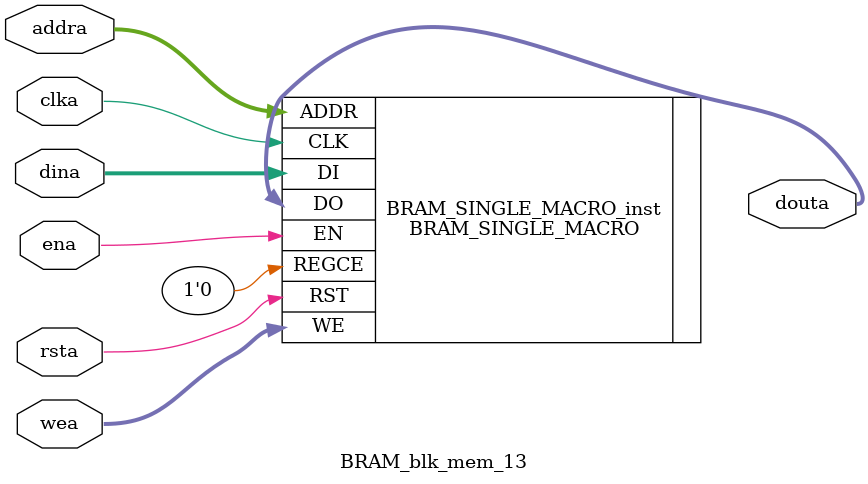
<source format=v>
`timescale 1ns/1ps

module BRAM_blk_mem_13 (
  clka,
  ena,
  wea,
  addra,
  dina,
  douta,
  rsta
);


input wire clka;

input wire ena;

input wire rsta;

input wire [1 : 0] wea;

input wire [9 : 0] addra;

input wire [15 : 0] dina;

output wire [15 : 0] douta;


// BRAM_SINGLE_MACRO : In order to incorporate this function into the design,
//   Verilog   : the following instance declaration needs to be placed
//  instance   : in the body of the design code.  The instance name
// declaration : (BRAM_SINGLE_MACRO_inst) and/or the port declarations within the
//    code     : parenthesis may be changed to properly reference and
//             : connect this function to the design.  All inputs
//             : and outputs must be connected.

//  <-----Cut code below this line---->

   // BRAM_SINGLE_MACRO: Single Port RAM
   //                    Artix-7
   // Xilinx HDL Language Template, version 2016.4
   
   /////////////////////////////////////////////////////////////////////
   //  READ_WIDTH | BRAM_SIZE | READ Depth  | ADDR Width |            //
   // WRITE_WIDTH |           | WRITE Depth |            |  WE Width  //
   // ============|===========|=============|============|============//
   //    37-72    |  "36Kb"   |      512    |    9-bit   |    8-bit   //
   //    19-36    |  "36Kb"   |     1024    |   10-bit   |    4-bit   //
   //    19-36    |  "18Kb"   |      512    |    9-bit   |    4-bit   //
   //    10-18    |  "36Kb"   |     2048    |   11-bit   |    2-bit   //
   //    10-18    |  "18Kb"   |     1024    |   10-bit   |    2-bit   //
   //     5-9     |  "36Kb"   |     4096    |   12-bit   |    1-bit   //
   //     5-9     |  "18Kb"   |     2048    |   11-bit   |    1-bit   //
   //     3-4     |  "36Kb"   |     8192    |   13-bit   |    1-bit   //
   //     3-4     |  "18Kb"   |     4096    |   12-bit   |    1-bit   //
   //       2     |  "36Kb"   |    16384    |   14-bit   |    1-bit   //
   //       2     |  "18Kb"   |     8192    |   13-bit   |    1-bit   //
   //       1     |  "36Kb"   |    32768    |   15-bit   |    1-bit   //
   //       1     |  "18Kb"   |    16384    |   14-bit   |    1-bit   //
   /////////////////////////////////////////////////////////////////////

   BRAM_SINGLE_MACRO #(
      .BRAM_SIZE("18Kb"), // Target BRAM, "18Kb" or "36Kb" 
      .DEVICE("7SERIES"), // Target Device: "7SERIES" 
      .DO_REG(0), // Optional output register (0 or 1)
      .INIT(36'h000000000), // Initial values on output port
      .INIT_FILE ("weight_13.mem"),
      .WRITE_WIDTH(16), // Valid values are 1-72 (37-72 only valid when BRAM_SIZE="36Kb")
      .READ_WIDTH(16),  // Valid values are 1-72 (37-72 only valid when BRAM_SIZE="36Kb")
      .SRVAL(36'h000000000), // Set/Reset value for port output
      .WRITE_MODE("WRITE_FIRST"), // "WRITE_FIRST", "READ_FIRST", or "NO_CHANGE" 
      .INIT_00(256'h0000000000000000000000000000000000000000000000000000000000000000),
      .INIT_01(256'h0000000000000000000000000000000000000000000000000000000000000000),
      .INIT_02(256'h0000000000000000000000000000000000000000000000000000000000000000),
      .INIT_03(256'h0000000000000000000000000000000000000000000000000000000000000000),
      .INIT_04(256'h0000000000000000000000000000000000000000000000000000000000000000),
      .INIT_05(256'h0000000000000000000000000000000000000000000000000000000000000000),
      .INIT_06(256'h0000000000000000000000000000000000000000000000000000000000000000),
      .INIT_07(256'h0000000000000000000000000000000000000000000000000000000000000000),
      .INIT_08(256'h0000000000000000000000000000000000000000000000000000000000000000),
      .INIT_09(256'h0000000000000000000000000000000000000000000000000000000000000000),
      .INIT_0A(256'h0000000000000000000000000000000000000000000000000000000000000000),
      .INIT_0B(256'h0000000000000000000000000000000000000000000000000000000000000000),
      .INIT_0C(256'h0000000000000000000000000000000000000000000000000000000000000000),
      .INIT_0D(256'h0000000000000000000000000000000000000000000000000000000000000000),
      .INIT_0E(256'h0000000000000000000000000000000000000000000000000000000000000000),
      .INIT_0F(256'h0000000000000000000000000000000000000000000000000000000000000000),
      .INIT_10(256'h0000000000000000000000000000000000000000000000000000000000000000),
      .INIT_11(256'h0000000000000000000000000000000000000000000000000000000000000000),
      .INIT_12(256'h0000000000000000000000000000000000000000000000000000000000000000),
      .INIT_13(256'h0000000000000000000000000000000000000000000000000000000000000000),
      .INIT_14(256'h0000000000000000000000000000000000000000000000000000000000000000),
      .INIT_15(256'h0000000000000000000000000000000000000000000000000000000000000000),
      .INIT_16(256'h0000000000000000000000000000000000000000000000000000000000000000),
      .INIT_17(256'h0000000000000000000000000000000000000000000000000000000000000000),
      .INIT_18(256'h0000000000000000000000000000000000000000000000000000000000000000),
      .INIT_19(256'h0000000000000000000000000000000000000000000000000000000000000000),
      .INIT_1A(256'h0000000000000000000000000000000000000000000000000000000000000000),
      .INIT_1B(256'h0000000000000000000000000000000000000000000000000000000000000000),
      .INIT_1C(256'h0000000000000000000000000000000000000000000000000000000000000000),
      .INIT_1D(256'h0000000000000000000000000000000000000000000000000000000000000000),
      .INIT_1E(256'h0000000000000000000000000000000000000000000000000000000000000000),
      .INIT_1F(256'h0000000000000000000000000000000000000000000000000000000000000000),
      .INIT_20(256'h0000000000000000000000000000000000000000000000000000000000000000),
      .INIT_21(256'h0000000000000000000000000000000000000000000000000000000000000000),
      .INIT_22(256'h0000000000000000000000000000000000000000000000000000000000000000),
      .INIT_23(256'h0000000000000000000000000000000000000000000000000000000000000000),
      .INIT_24(256'h0000000000000000000000000000000000000000000000000000000000000000),
      .INIT_25(256'h0000000000000000000000000000000000000000000000000000000000000000),
      .INIT_26(256'h0000000000000000000000000000000000000000000000000000000000000000),
      .INIT_27(256'h0000000000000000000000000000000000000000000000000000000000000000),
      .INIT_28(256'h0000000000000000000000000000000000000000000000000000000000000000),
      .INIT_29(256'h0000000000000000000000000000000000000000000000000000000000000000),
      .INIT_2A(256'h0000000000000000000000000000000000000000000000000000000000000000),
      .INIT_2B(256'h0000000000000000000000000000000000000000000000000000000000000000),
      .INIT_2C(256'h0000000000000000000000000000000000000000000000000000000000000000),
      .INIT_2D(256'h0000000000000000000000000000000000000000000000000000000000000000),
      .INIT_2E(256'h0000000000000000000000000000000000000000000000000000000000000000),
      .INIT_2F(256'h0000000000000000000000000000000000000000000000000000000000000000),
      .INIT_30(256'h0000000000000000000000000000000000000000000000000000000000000000),
      .INIT_31(256'h0000000000000000000000000000000000000000000000000000000000000000),
      .INIT_32(256'h0000000000000000000000000000000000000000000000000000000000000000),
      .INIT_33(256'h0000000000000000000000000000000000000000000000000000000000000000),
      .INIT_34(256'h0000000000000000000000000000000000000000000000000000000000000000),
      .INIT_35(256'h0000000000000000000000000000000000000000000000000000000000000000),
      .INIT_36(256'h0000000000000000000000000000000000000000000000000000000000000000),
      .INIT_37(256'h0000000000000000000000000000000000000000000000000000000000000000),
      .INIT_38(256'h0000000000000000000000000000000000000000000000000000000000000000),
      .INIT_39(256'h0000000000000000000000000000000000000000000000000000000000000000),
      .INIT_3A(256'h0000000000000000000000000000000000000000000000000000000000000000),
      .INIT_3B(256'h0000000000000000000000000000000000000000000000000000000000000000),
      .INIT_3C(256'h0000000000000000000000000000000000000000000000000000000000000000),
      .INIT_3D(256'h0000000000000000000000000000000000000000000000000000000000000000),
      .INIT_3E(256'h0000000000000000000000000000000000000000000000000000000000000000),
      .INIT_3F(256'h0000000000000000000000000000000000000000000000000000000000000000),
      
      // The next set of INIT_xx are valid when configured as 36Kb
      .INIT_40(256'h0000000000000000000000000000000000000000000000000000000000000000),
      .INIT_41(256'h0000000000000000000000000000000000000000000000000000000000000000),
      .INIT_42(256'h0000000000000000000000000000000000000000000000000000000000000000),
      .INIT_43(256'h0000000000000000000000000000000000000000000000000000000000000000),
      .INIT_44(256'h0000000000000000000000000000000000000000000000000000000000000000),
      .INIT_45(256'h0000000000000000000000000000000000000000000000000000000000000000),
      .INIT_46(256'h0000000000000000000000000000000000000000000000000000000000000000),
      .INIT_47(256'h0000000000000000000000000000000000000000000000000000000000000000),
      .INIT_48(256'h0000000000000000000000000000000000000000000000000000000000000000),
      .INIT_49(256'h0000000000000000000000000000000000000000000000000000000000000000),
      .INIT_4A(256'h0000000000000000000000000000000000000000000000000000000000000000),
      .INIT_4B(256'h0000000000000000000000000000000000000000000000000000000000000000),
      .INIT_4C(256'h0000000000000000000000000000000000000000000000000000000000000000),
      .INIT_4D(256'h0000000000000000000000000000000000000000000000000000000000000000),
      .INIT_4E(256'h0000000000000000000000000000000000000000000000000000000000000000),
      .INIT_4F(256'h0000000000000000000000000000000000000000000000000000000000000000),
      .INIT_50(256'h0000000000000000000000000000000000000000000000000000000000000000),
      .INIT_51(256'h0000000000000000000000000000000000000000000000000000000000000000),
      .INIT_52(256'h0000000000000000000000000000000000000000000000000000000000000000),
      .INIT_53(256'h0000000000000000000000000000000000000000000000000000000000000000),
      .INIT_54(256'h0000000000000000000000000000000000000000000000000000000000000000),
      .INIT_55(256'h0000000000000000000000000000000000000000000000000000000000000000),
      .INIT_56(256'h0000000000000000000000000000000000000000000000000000000000000000),
      .INIT_57(256'h0000000000000000000000000000000000000000000000000000000000000000),
      .INIT_58(256'h0000000000000000000000000000000000000000000000000000000000000000),
      .INIT_59(256'h0000000000000000000000000000000000000000000000000000000000000000),
      .INIT_5A(256'h0000000000000000000000000000000000000000000000000000000000000000),
      .INIT_5B(256'h0000000000000000000000000000000000000000000000000000000000000000),
      .INIT_5C(256'h0000000000000000000000000000000000000000000000000000000000000000),
      .INIT_5D(256'h0000000000000000000000000000000000000000000000000000000000000000),
      .INIT_5E(256'h0000000000000000000000000000000000000000000000000000000000000000),
      .INIT_5F(256'h0000000000000000000000000000000000000000000000000000000000000000),
      .INIT_60(256'h0000000000000000000000000000000000000000000000000000000000000000),
      .INIT_61(256'h0000000000000000000000000000000000000000000000000000000000000000),
      .INIT_62(256'h0000000000000000000000000000000000000000000000000000000000000000),
      .INIT_63(256'h0000000000000000000000000000000000000000000000000000000000000000),
      .INIT_64(256'h0000000000000000000000000000000000000000000000000000000000000000),
      .INIT_65(256'h0000000000000000000000000000000000000000000000000000000000000000),
      .INIT_66(256'h0000000000000000000000000000000000000000000000000000000000000000),
      .INIT_67(256'h0000000000000000000000000000000000000000000000000000000000000000),
      .INIT_68(256'h0000000000000000000000000000000000000000000000000000000000000000),
      .INIT_69(256'h0000000000000000000000000000000000000000000000000000000000000000),
      .INIT_6A(256'h0000000000000000000000000000000000000000000000000000000000000000),
      .INIT_6B(256'h0000000000000000000000000000000000000000000000000000000000000000),
      .INIT_6C(256'h0000000000000000000000000000000000000000000000000000000000000000),
      .INIT_6D(256'h0000000000000000000000000000000000000000000000000000000000000000),
      .INIT_6E(256'h0000000000000000000000000000000000000000000000000000000000000000),
      .INIT_6F(256'h0000000000000000000000000000000000000000000000000000000000000000),
      .INIT_70(256'h0000000000000000000000000000000000000000000000000000000000000000),
      .INIT_71(256'h0000000000000000000000000000000000000000000000000000000000000000),
      .INIT_72(256'h0000000000000000000000000000000000000000000000000000000000000000),
      .INIT_73(256'h0000000000000000000000000000000000000000000000000000000000000000),
      .INIT_74(256'h0000000000000000000000000000000000000000000000000000000000000000),
      .INIT_75(256'h0000000000000000000000000000000000000000000000000000000000000000),
      .INIT_76(256'h0000000000000000000000000000000000000000000000000000000000000000),
      .INIT_77(256'h0000000000000000000000000000000000000000000000000000000000000000),
      .INIT_78(256'h0000000000000000000000000000000000000000000000000000000000000000),
      .INIT_79(256'h0000000000000000000000000000000000000000000000000000000000000000),
      .INIT_7A(256'h0000000000000000000000000000000000000000000000000000000000000000),
      .INIT_7B(256'h0000000000000000000000000000000000000000000000000000000000000000),
      .INIT_7C(256'h0000000000000000000000000000000000000000000000000000000000000000),
      .INIT_7D(256'h0000000000000000000000000000000000000000000000000000000000000000),
      .INIT_7E(256'h0000000000000000000000000000000000000000000000000000000000000000),
      .INIT_7F(256'h0000000000000000000000000000000000000000000000000000000000000000),
      
      // The next set of INITP_xx are for the parity bits
      .INITP_00(256'h0000000000000000000000000000000000000000000000000000000000000000),
      .INITP_01(256'h0000000000000000000000000000000000000000000000000000000000000000),
      .INITP_02(256'h0000000000000000000000000000000000000000000000000000000000000000),
      .INITP_03(256'h0000000000000000000000000000000000000000000000000000000000000000),
      .INITP_04(256'h0000000000000000000000000000000000000000000000000000000000000000),
      .INITP_05(256'h0000000000000000000000000000000000000000000000000000000000000000),
      .INITP_06(256'h0000000000000000000000000000000000000000000000000000000000000000),
      .INITP_07(256'h0000000000000000000000000000000000000000000000000000000000000000),
      
      // The next set of INIT_xx are valid when configured as 36Kb
      .INITP_08(256'h0000000000000000000000000000000000000000000000000000000000000000),
      .INITP_09(256'h0000000000000000000000000000000000000000000000000000000000000000),
      .INITP_0A(256'h0000000000000000000000000000000000000000000000000000000000000000),
      .INITP_0B(256'h0000000000000000000000000000000000000000000000000000000000000000),
      .INITP_0C(256'h0000000000000000000000000000000000000000000000000000000000000000),
      .INITP_0D(256'h0000000000000000000000000000000000000000000000000000000000000000),
      .INITP_0E(256'h0000000000000000000000000000000000000000000000000000000000000000),
      .INITP_0F(256'h0000000000000000000000000000000000000000000000000000000000000000)
   ) BRAM_SINGLE_MACRO_inst (
      .DO(douta),       // Output data, width defined by READ_WIDTH parameter
      .ADDR(addra),   // Input address, width defined by read/write port depth
      .CLK(clka),     // 1-bit input clock
      .DI(dina),       // Input data port, width defined by WRITE_WIDTH parameter
      .EN(ena),       // 1-bit input RAM enable
      .REGCE(1'D0), // 1-bit input output register enable
      .RST(rsta),     // 1-bit input reset
      .WE(wea)        // Input write enable, width defined by write port depth
   );

   // End of BRAM_SINGLE_MACRO_inst instantiation
				
				
				
  
endmodule

</source>
